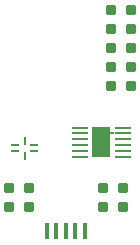
<source format=gtp>
G04 #@! TF.GenerationSoftware,KiCad,Pcbnew,(6.0.7-1)-1*
G04 #@! TF.CreationDate,2022-09-24T13:58:25+09:00*
G04 #@! TF.ProjectId,EB-BM71,45422d42-4d37-4312-9e6b-696361645f70,V1.0*
G04 #@! TF.SameCoordinates,Original*
G04 #@! TF.FileFunction,Paste,Top*
G04 #@! TF.FilePolarity,Positive*
%FSLAX46Y46*%
G04 Gerber Fmt 4.6, Leading zero omitted, Abs format (unit mm)*
G04 Created by KiCad (PCBNEW (6.0.7-1)-1) date 2022-09-24 13:58:25*
%MOMM*%
%LPD*%
G01*
G04 APERTURE LIST*
G04 Aperture macros list*
%AMRoundRect*
0 Rectangle with rounded corners*
0 $1 Rounding radius*
0 $2 $3 $4 $5 $6 $7 $8 $9 X,Y pos of 4 corners*
0 Add a 4 corners polygon primitive as box body*
4,1,4,$2,$3,$4,$5,$6,$7,$8,$9,$2,$3,0*
0 Add four circle primitives for the rounded corners*
1,1,$1+$1,$2,$3*
1,1,$1+$1,$4,$5*
1,1,$1+$1,$6,$7*
1,1,$1+$1,$8,$9*
0 Add four rect primitives between the rounded corners*
20,1,$1+$1,$2,$3,$4,$5,0*
20,1,$1+$1,$4,$5,$6,$7,0*
20,1,$1+$1,$6,$7,$8,$9,0*
20,1,$1+$1,$8,$9,$2,$3,0*%
G04 Aperture macros list end*
%ADD10RoundRect,0.200000X-0.250000X-0.200000X0.250000X-0.200000X0.250000X0.200000X-0.250000X0.200000X0*%
%ADD11R,0.400000X1.400000*%
%ADD12R,1.400000X0.150000*%
%ADD13R,0.350000X0.150000*%
%ADD14R,1.500000X2.500000*%
%ADD15R,0.675000X0.200000*%
%ADD16R,0.200000X0.700000*%
%ADD17RoundRect,0.200000X0.250000X0.200000X-0.250000X0.200000X-0.250000X-0.200000X0.250000X-0.200000X0*%
G04 APERTURE END LIST*
D10*
X3150000Y-21000000D03*
X4850000Y-21000000D03*
D11*
X-1600000Y-23000000D03*
X-800000Y-23000000D03*
X0Y-23000000D03*
X800000Y-23000000D03*
X1600000Y-23000000D03*
D10*
X3850000Y-7500000D03*
X5550000Y-7500000D03*
X3850000Y-10700000D03*
X5550000Y-10700000D03*
X3850000Y-9100000D03*
X5550000Y-9100000D03*
X-4850000Y-21000000D03*
X-3150000Y-21000000D03*
X3850000Y-5900000D03*
X5550000Y-5900000D03*
D12*
X4800000Y-16750000D03*
X4800000Y-16250000D03*
X4800000Y-15750000D03*
X4800000Y-15250000D03*
X4800000Y-14750000D03*
X4800000Y-14250000D03*
X1200000Y-14250000D03*
X1200000Y-14750000D03*
X1200000Y-15250000D03*
X1200000Y-15750000D03*
X1200000Y-16250000D03*
X1200000Y-16750000D03*
D13*
X3925000Y-14750000D03*
D14*
X3000000Y-15500000D03*
D10*
X3850000Y-4300000D03*
X5550000Y-4300000D03*
X3150000Y-19400000D03*
X4850000Y-19400000D03*
D15*
X-4287500Y-16275000D03*
X-4287500Y-15725000D03*
D16*
X-3500000Y-15350000D03*
D15*
X-2712500Y-15725000D03*
X-2712500Y-16275000D03*
D16*
X-3500000Y-16650000D03*
D17*
X-3150000Y-19400000D03*
X-4850000Y-19400000D03*
M02*

</source>
